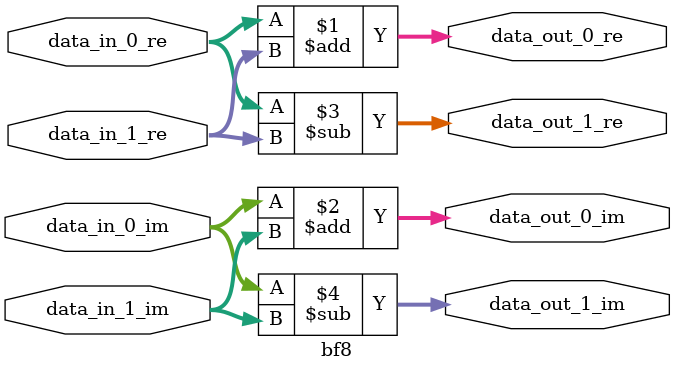
<source format=v>
`timescale 1ns/100ps
module bf8 #(parameter WIDTH = 14)(
	input  [WIDTH-1:0] data_in_0_re,
	input  [WIDTH-1:0] data_in_0_im,
	input  [WIDTH-1:0] data_in_1_re,
	input  [WIDTH-1:0] data_in_1_im,
	output [WIDTH-1:0] data_out_0_re,
	output [WIDTH-1:0] data_out_0_im,
	output [WIDTH-1:0] data_out_1_re,
	output [WIDTH-1:0] data_out_1_im
);

assign data_out_0_re = data_in_0_re + data_in_1_re;
assign data_out_0_im = data_in_0_im + data_in_1_im;
assign data_out_1_re = data_in_0_re - data_in_1_re;
assign data_out_1_im = data_in_0_im - data_in_1_im;

endmodule
</source>
